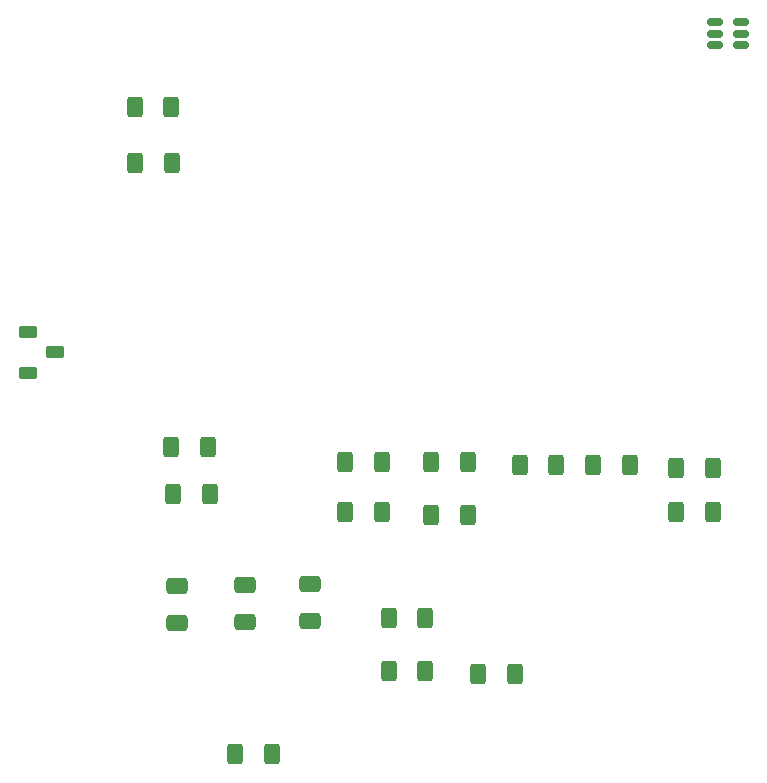
<source format=gbr>
%TF.GenerationSoftware,KiCad,Pcbnew,9.0.3*%
%TF.CreationDate,2025-12-16T09:58:50+01:00*%
%TF.ProjectId,PTP_Ivan_Brajkovic_Project1AAA,5054505f-4976-4616-9e5f-4272616a6b6f,rev?*%
%TF.SameCoordinates,Original*%
%TF.FileFunction,Paste,Top*%
%TF.FilePolarity,Positive*%
%FSLAX46Y46*%
G04 Gerber Fmt 4.6, Leading zero omitted, Abs format (unit mm)*
G04 Created by KiCad (PCBNEW 9.0.3) date 2025-12-16 09:58:50*
%MOMM*%
%LPD*%
G01*
G04 APERTURE LIST*
G04 Aperture macros list*
%AMRoundRect*
0 Rectangle with rounded corners*
0 $1 Rounding radius*
0 $2 $3 $4 $5 $6 $7 $8 $9 X,Y pos of 4 corners*
0 Add a 4 corners polygon primitive as box body*
4,1,4,$2,$3,$4,$5,$6,$7,$8,$9,$2,$3,0*
0 Add four circle primitives for the rounded corners*
1,1,$1+$1,$2,$3*
1,1,$1+$1,$4,$5*
1,1,$1+$1,$6,$7*
1,1,$1+$1,$8,$9*
0 Add four rect primitives between the rounded corners*
20,1,$1+$1,$2,$3,$4,$5,0*
20,1,$1+$1,$4,$5,$6,$7,0*
20,1,$1+$1,$6,$7,$8,$9,0*
20,1,$1+$1,$8,$9,$2,$3,0*%
G04 Aperture macros list end*
%ADD10RoundRect,0.250000X-0.400000X-0.625000X0.400000X-0.625000X0.400000X0.625000X-0.400000X0.625000X0*%
%ADD11RoundRect,0.250000X0.400000X0.625000X-0.400000X0.625000X-0.400000X-0.625000X0.400000X-0.625000X0*%
%ADD12RoundRect,0.250000X-0.550000X0.250000X-0.550000X-0.250000X0.550000X-0.250000X0.550000X0.250000X0*%
%ADD13RoundRect,0.150000X-0.512500X-0.150000X0.512500X-0.150000X0.512500X0.150000X-0.512500X0.150000X0*%
%ADD14RoundRect,0.250000X-0.650000X0.412500X-0.650000X-0.412500X0.650000X-0.412500X0.650000X0.412500X0*%
%ADD15RoundRect,0.250000X0.650000X-0.412500X0.650000X0.412500X-0.650000X0.412500X-0.650000X-0.412500X0*%
G04 APERTURE END LIST*
D10*
%TO.C,R10*%
X146950000Y-78000000D03*
X150050000Y-78000000D03*
%TD*%
D11*
%TO.C,R5*%
X167850000Y-103250000D03*
X164750000Y-103250000D03*
%TD*%
D10*
%TO.C,R9*%
X146900000Y-73250000D03*
X150000000Y-73250000D03*
%TD*%
D11*
%TO.C,R18*%
X175100000Y-107750000D03*
X172000000Y-107750000D03*
%TD*%
D12*
%TO.C,SW2*%
X137850000Y-92250000D03*
X140150000Y-94000000D03*
X137850000Y-95750000D03*
%TD*%
D11*
%TO.C,R16*%
X175100000Y-103250000D03*
X172000000Y-103250000D03*
%TD*%
%TO.C,R15*%
X188850000Y-103500000D03*
X185750000Y-103500000D03*
%TD*%
D13*
%TO.C,U6*%
X196000000Y-66050000D03*
X196000000Y-67000000D03*
X196000000Y-67950000D03*
X198275000Y-67950000D03*
X198275000Y-67000000D03*
X198275000Y-66050000D03*
%TD*%
D10*
%TO.C,R12*%
X192750000Y-103750000D03*
X195850000Y-103750000D03*
%TD*%
D11*
%TO.C,R6*%
X153100000Y-102000000D03*
X150000000Y-102000000D03*
%TD*%
%TO.C,R20*%
X171500000Y-121000000D03*
X168400000Y-121000000D03*
%TD*%
D14*
%TO.C,C3*%
X161750000Y-113625000D03*
X161750000Y-116750000D03*
%TD*%
D15*
%TO.C,C5*%
X156250000Y-116812500D03*
X156250000Y-113687500D03*
%TD*%
D11*
%TO.C,R19*%
X179100000Y-121250000D03*
X176000000Y-121250000D03*
%TD*%
D10*
%TO.C,R7*%
X155400000Y-128000000D03*
X158500000Y-128000000D03*
%TD*%
D11*
%TO.C,R8*%
X153250000Y-106000000D03*
X150150000Y-106000000D03*
%TD*%
D10*
%TO.C,R13*%
X168400000Y-116500000D03*
X171500000Y-116500000D03*
%TD*%
%TO.C,R11*%
X192750000Y-107500000D03*
X195850000Y-107500000D03*
%TD*%
D15*
%TO.C,C4*%
X150500000Y-116875000D03*
X150500000Y-113750000D03*
%TD*%
D11*
%TO.C,R14*%
X167850000Y-107500000D03*
X164750000Y-107500000D03*
%TD*%
%TO.C,R17*%
X182600000Y-103500000D03*
X179500000Y-103500000D03*
%TD*%
M02*

</source>
